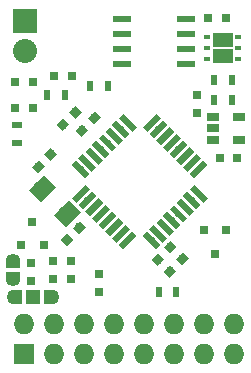
<source format=gbr>
G04 #@! TF.GenerationSoftware,KiCad,Pcbnew,no-vcs-found-7664~57~ubuntu16.10.1*
G04 #@! TF.CreationDate,2017-02-22T20:42:03+01:00*
G04 #@! TF.ProjectId,SensebenderMicro2,53656E736562656E6465724D6963726F,rev?*
G04 #@! TF.FileFunction,Soldermask,Top*
G04 #@! TF.FilePolarity,Negative*
%FSLAX46Y46*%
G04 Gerber Fmt 4.6, Leading zero omitted, Abs format (unit mm)*
G04 Created by KiCad (PCBNEW no-vcs-found-7664~57~ubuntu16.10.1) date Wed Feb 22 20:42:03 2017*
%MOMM*%
%LPD*%
G01*
G04 APERTURE LIST*
%ADD10C,0.100000*%
%ADD11R,1.550000X0.600000*%
%ADD12R,0.800100X0.800100*%
%ADD13C,0.750000*%
%ADD14R,0.797560X0.797560*%
%ADD15R,0.900000X0.500000*%
%ADD16O,2.032000X2.032000*%
%ADD17R,2.032000X2.032000*%
%ADD18R,0.500000X0.900000*%
%ADD19C,0.550000*%
%ADD20R,1.060000X0.650000*%
%ADD21R,0.800000X0.750000*%
%ADD22C,1.500000*%
%ADD23R,0.750000X0.800000*%
%ADD24R,0.630000X0.450000*%
%ADD25R,0.850000X1.300000*%
%ADD26O,1.727200X1.727200*%
%ADD27R,1.727200X1.727200*%
%ADD28C,1.270000*%
%ADD29R,0.600000X1.270000*%
%ADD30R,1.200000X1.270000*%
%ADD31R,1.270000X0.600000*%
%ADD32O,1.270000X1.270000*%
G04 APERTURE END LIST*
D10*
D11*
X104711500Y-87464900D03*
X104711500Y-86194900D03*
X104711500Y-84924900D03*
X104711500Y-83654900D03*
X99311500Y-83654900D03*
X99311500Y-84924900D03*
X99311500Y-86194900D03*
X99311500Y-87464900D03*
D12*
X108136400Y-101513640D03*
X106236400Y-101513640D03*
X107186400Y-103512620D03*
D13*
X94643470Y-102333530D03*
D10*
G36*
X94625792Y-102881538D02*
X94095462Y-102351208D01*
X94661148Y-101785522D01*
X95191478Y-102315852D01*
X94625792Y-102881538D01*
X94625792Y-102881538D01*
G37*
D13*
X95704130Y-101272870D03*
D10*
G36*
X95686452Y-101820878D02*
X95156122Y-101290548D01*
X95721808Y-100724862D01*
X96252138Y-101255192D01*
X95686452Y-101820878D01*
X95686452Y-101820878D01*
G37*
D14*
X91732100Y-88938100D03*
X90233500Y-88938100D03*
D15*
X90424000Y-94120400D03*
X90424000Y-92620400D03*
D16*
X91084400Y-86334600D03*
D17*
X91084400Y-83794600D03*
D18*
X94475300Y-90093800D03*
X92975300Y-90093800D03*
X98094800Y-89281000D03*
X96594800Y-89281000D03*
D19*
X95817121Y-98415973D03*
D10*
G36*
X95445890Y-99176113D02*
X95056981Y-98787204D01*
X96188352Y-97655833D01*
X96577261Y-98044742D01*
X95445890Y-99176113D01*
X95445890Y-99176113D01*
G37*
D19*
X96382807Y-98981658D03*
D10*
G36*
X96011576Y-99741798D02*
X95622667Y-99352889D01*
X96754038Y-98221518D01*
X97142947Y-98610427D01*
X96011576Y-99741798D01*
X96011576Y-99741798D01*
G37*
D19*
X96948492Y-99547344D03*
D10*
G36*
X96577261Y-100307484D02*
X96188352Y-99918575D01*
X97319723Y-98787204D01*
X97708632Y-99176113D01*
X96577261Y-100307484D01*
X96577261Y-100307484D01*
G37*
D19*
X97514177Y-100113029D03*
D10*
G36*
X97142946Y-100873169D02*
X96754037Y-100484260D01*
X97885408Y-99352889D01*
X98274317Y-99741798D01*
X97142946Y-100873169D01*
X97142946Y-100873169D01*
G37*
D19*
X98079863Y-100678715D03*
D10*
G36*
X97708632Y-101438855D02*
X97319723Y-101049946D01*
X98451094Y-99918575D01*
X98840003Y-100307484D01*
X97708632Y-101438855D01*
X97708632Y-101438855D01*
G37*
D19*
X98645548Y-101244400D03*
D10*
G36*
X98274317Y-102004540D02*
X97885408Y-101615631D01*
X99016779Y-100484260D01*
X99405688Y-100873169D01*
X98274317Y-102004540D01*
X98274317Y-102004540D01*
G37*
D19*
X99211234Y-101810085D03*
D10*
G36*
X98840003Y-102570225D02*
X98451094Y-102181316D01*
X99582465Y-101049945D01*
X99971374Y-101438854D01*
X98840003Y-102570225D01*
X98840003Y-102570225D01*
G37*
D19*
X99776919Y-102375771D03*
D10*
G36*
X99405688Y-103135911D02*
X99016779Y-102747002D01*
X100148150Y-101615631D01*
X100537059Y-102004540D01*
X99405688Y-103135911D01*
X99405688Y-103135911D01*
G37*
D19*
X101827529Y-102375771D03*
D10*
G36*
X102587669Y-102747002D02*
X102198760Y-103135911D01*
X101067389Y-102004540D01*
X101456298Y-101615631D01*
X102587669Y-102747002D01*
X102587669Y-102747002D01*
G37*
D19*
X102393214Y-101810085D03*
D10*
G36*
X103153354Y-102181316D02*
X102764445Y-102570225D01*
X101633074Y-101438854D01*
X102021983Y-101049945D01*
X103153354Y-102181316D01*
X103153354Y-102181316D01*
G37*
D19*
X102958900Y-101244400D03*
D10*
G36*
X103719040Y-101615631D02*
X103330131Y-102004540D01*
X102198760Y-100873169D01*
X102587669Y-100484260D01*
X103719040Y-101615631D01*
X103719040Y-101615631D01*
G37*
D19*
X103524585Y-100678715D03*
D10*
G36*
X104284725Y-101049946D02*
X103895816Y-101438855D01*
X102764445Y-100307484D01*
X103153354Y-99918575D01*
X104284725Y-101049946D01*
X104284725Y-101049946D01*
G37*
D19*
X104090271Y-100113029D03*
D10*
G36*
X104850411Y-100484260D02*
X104461502Y-100873169D01*
X103330131Y-99741798D01*
X103719040Y-99352889D01*
X104850411Y-100484260D01*
X104850411Y-100484260D01*
G37*
D19*
X104655956Y-99547344D03*
D10*
G36*
X105416096Y-99918575D02*
X105027187Y-100307484D01*
X103895816Y-99176113D01*
X104284725Y-98787204D01*
X105416096Y-99918575D01*
X105416096Y-99918575D01*
G37*
D19*
X105221641Y-98981658D03*
D10*
G36*
X105981781Y-99352889D02*
X105592872Y-99741798D01*
X104461501Y-98610427D01*
X104850410Y-98221518D01*
X105981781Y-99352889D01*
X105981781Y-99352889D01*
G37*
D19*
X105787327Y-98415973D03*
D10*
G36*
X106547467Y-98787204D02*
X106158558Y-99176113D01*
X105027187Y-98044742D01*
X105416096Y-97655833D01*
X106547467Y-98787204D01*
X106547467Y-98787204D01*
G37*
D19*
X105787327Y-96365363D03*
D10*
G36*
X105416096Y-97125503D02*
X105027187Y-96736594D01*
X106158558Y-95605223D01*
X106547467Y-95994132D01*
X105416096Y-97125503D01*
X105416096Y-97125503D01*
G37*
D19*
X105221641Y-95799678D03*
D10*
G36*
X104850410Y-96559818D02*
X104461501Y-96170909D01*
X105592872Y-95039538D01*
X105981781Y-95428447D01*
X104850410Y-96559818D01*
X104850410Y-96559818D01*
G37*
D19*
X104655956Y-95233992D03*
D10*
G36*
X104284725Y-95994132D02*
X103895816Y-95605223D01*
X105027187Y-94473852D01*
X105416096Y-94862761D01*
X104284725Y-95994132D01*
X104284725Y-95994132D01*
G37*
D19*
X104090271Y-94668307D03*
D10*
G36*
X103719040Y-95428447D02*
X103330131Y-95039538D01*
X104461502Y-93908167D01*
X104850411Y-94297076D01*
X103719040Y-95428447D01*
X103719040Y-95428447D01*
G37*
D19*
X103524585Y-94102621D03*
D10*
G36*
X103153354Y-94862761D02*
X102764445Y-94473852D01*
X103895816Y-93342481D01*
X104284725Y-93731390D01*
X103153354Y-94862761D01*
X103153354Y-94862761D01*
G37*
D19*
X102958900Y-93536936D03*
D10*
G36*
X102587669Y-94297076D02*
X102198760Y-93908167D01*
X103330131Y-92776796D01*
X103719040Y-93165705D01*
X102587669Y-94297076D01*
X102587669Y-94297076D01*
G37*
D19*
X102393214Y-92971251D03*
D10*
G36*
X102021983Y-93731391D02*
X101633074Y-93342482D01*
X102764445Y-92211111D01*
X103153354Y-92600020D01*
X102021983Y-93731391D01*
X102021983Y-93731391D01*
G37*
D19*
X101827529Y-92405565D03*
D10*
G36*
X101456298Y-93165705D02*
X101067389Y-92776796D01*
X102198760Y-91645425D01*
X102587669Y-92034334D01*
X101456298Y-93165705D01*
X101456298Y-93165705D01*
G37*
D19*
X99776919Y-92405565D03*
D10*
G36*
X100537059Y-92776796D02*
X100148150Y-93165705D01*
X99016779Y-92034334D01*
X99405688Y-91645425D01*
X100537059Y-92776796D01*
X100537059Y-92776796D01*
G37*
D19*
X99211234Y-92971251D03*
D10*
G36*
X99971374Y-93342482D02*
X99582465Y-93731391D01*
X98451094Y-92600020D01*
X98840003Y-92211111D01*
X99971374Y-93342482D01*
X99971374Y-93342482D01*
G37*
D19*
X98645548Y-93536936D03*
D10*
G36*
X99405688Y-93908167D02*
X99016779Y-94297076D01*
X97885408Y-93165705D01*
X98274317Y-92776796D01*
X99405688Y-93908167D01*
X99405688Y-93908167D01*
G37*
D19*
X98079863Y-94102621D03*
D10*
G36*
X98840003Y-94473852D02*
X98451094Y-94862761D01*
X97319723Y-93731390D01*
X97708632Y-93342481D01*
X98840003Y-94473852D01*
X98840003Y-94473852D01*
G37*
D19*
X97514177Y-94668307D03*
D10*
G36*
X98274317Y-95039538D02*
X97885408Y-95428447D01*
X96754037Y-94297076D01*
X97142946Y-93908167D01*
X98274317Y-95039538D01*
X98274317Y-95039538D01*
G37*
D19*
X96948492Y-95233992D03*
D10*
G36*
X97708632Y-95605223D02*
X97319723Y-95994132D01*
X96188352Y-94862761D01*
X96577261Y-94473852D01*
X97708632Y-95605223D01*
X97708632Y-95605223D01*
G37*
D19*
X96382807Y-95799678D03*
D10*
G36*
X97142947Y-96170909D02*
X96754038Y-96559818D01*
X95622667Y-95428447D01*
X96011576Y-95039538D01*
X97142947Y-96170909D01*
X97142947Y-96170909D01*
G37*
D19*
X95817121Y-96365363D03*
D10*
G36*
X96577261Y-96736594D02*
X96188352Y-97125503D01*
X95056981Y-95994132D01*
X95445890Y-95605223D01*
X96577261Y-96736594D01*
X96577261Y-96736594D01*
G37*
D18*
X108623800Y-90474800D03*
X107123800Y-90474800D03*
D20*
X107002400Y-91937800D03*
X107002400Y-92887800D03*
X107002400Y-93837800D03*
X109202400Y-93837800D03*
X109202400Y-91937800D03*
D21*
X108128500Y-83553300D03*
X106628500Y-83553300D03*
X109068300Y-95402400D03*
X107568300Y-95402400D03*
D22*
X92563740Y-97999340D03*
D10*
G36*
X91397014Y-98105406D02*
X92669806Y-96832614D01*
X93730466Y-97893274D01*
X92457674Y-99166066D01*
X91397014Y-98105406D01*
X91397014Y-98105406D01*
G37*
D22*
X94685060Y-100120660D03*
D10*
G36*
X93518334Y-100226726D02*
X94791126Y-98953934D01*
X95851786Y-100014594D01*
X94578994Y-101287386D01*
X93518334Y-100226726D01*
X93518334Y-100226726D01*
G37*
D13*
X96974130Y-92001870D03*
D10*
G36*
X96991808Y-91453862D02*
X97522138Y-91984192D01*
X96956452Y-92549878D01*
X96426122Y-92019548D01*
X96991808Y-91453862D01*
X96991808Y-91453862D01*
G37*
D13*
X95913470Y-93062530D03*
D10*
G36*
X95931148Y-92514522D02*
X96461478Y-93044852D01*
X95895792Y-93610538D01*
X95365462Y-93080208D01*
X95931148Y-92514522D01*
X95931148Y-92514522D01*
G37*
D13*
X103400330Y-102936570D03*
D10*
G36*
X103418008Y-102388562D02*
X103948338Y-102918892D01*
X103382652Y-103484578D01*
X102852322Y-102954248D01*
X103418008Y-102388562D01*
X103418008Y-102388562D01*
G37*
D13*
X102339670Y-103997230D03*
D10*
G36*
X102357348Y-103449222D02*
X102887678Y-103979552D01*
X102321992Y-104545238D01*
X101791662Y-104014908D01*
X102357348Y-103449222D01*
X102357348Y-103449222D01*
G37*
D23*
X97358200Y-105218800D03*
X97358200Y-106718800D03*
D12*
X90769400Y-102803960D03*
X92669400Y-102803960D03*
X91719400Y-100804980D03*
D24*
X109163000Y-87043300D03*
X109163000Y-86093300D03*
X109163000Y-85143300D03*
X106483000Y-85143300D03*
X106483000Y-86093300D03*
X106483000Y-87043300D03*
D25*
X107398000Y-85443300D03*
X107398000Y-86743300D03*
X108248000Y-85443300D03*
X108248000Y-86743300D03*
D26*
X108762800Y-109448600D03*
X108762800Y-111988600D03*
X106222800Y-109448600D03*
X106222800Y-111988600D03*
X103682800Y-109448600D03*
X103682800Y-111988600D03*
X101142800Y-109448600D03*
X101142800Y-111988600D03*
D27*
X90982800Y-111988600D03*
D26*
X90982800Y-109448600D03*
X93522800Y-111988600D03*
X93522800Y-109448600D03*
X96062800Y-111988600D03*
X96062800Y-109448600D03*
X98602800Y-111988600D03*
X98602800Y-109448600D03*
D13*
X103365300Y-105003600D03*
D10*
G36*
X103347622Y-105551608D02*
X102817292Y-105021278D01*
X103382978Y-104455592D01*
X103913308Y-104985922D01*
X103347622Y-105551608D01*
X103347622Y-105551608D01*
G37*
D13*
X104425960Y-103942940D03*
D10*
G36*
X104408282Y-104490948D02*
X103877952Y-103960618D01*
X104443638Y-103394932D01*
X104973968Y-103925262D01*
X104408282Y-104490948D01*
X104408282Y-104490948D01*
G37*
D28*
X90151000Y-107162600D03*
X93351000Y-107162600D03*
D29*
X92951000Y-107162600D03*
D30*
X91751000Y-107162600D03*
D29*
X90551000Y-107162600D03*
D13*
X93291130Y-95075270D03*
D10*
G36*
X93308808Y-94527262D02*
X93839138Y-95057592D01*
X93273452Y-95623278D01*
X92743122Y-95092948D01*
X93308808Y-94527262D01*
X93308808Y-94527262D01*
G37*
D13*
X92230470Y-96135930D03*
D10*
G36*
X92248148Y-95587922D02*
X92778478Y-96118252D01*
X92212792Y-96683938D01*
X91682462Y-96153608D01*
X92248148Y-95587922D01*
X92248148Y-95587922D01*
G37*
D31*
X90119200Y-104457500D03*
X90119200Y-105346500D03*
D32*
X90119200Y-104140000D03*
X90119200Y-105664000D03*
D23*
X91643200Y-105779000D03*
X91643200Y-104279000D03*
D14*
X95084900Y-88468200D03*
X93586300Y-88468200D03*
D13*
X94287870Y-92579930D03*
D10*
G36*
X94270192Y-93127938D02*
X93739862Y-92597608D01*
X94305548Y-92031922D01*
X94835878Y-92562252D01*
X94270192Y-93127938D01*
X94270192Y-93127938D01*
G37*
D13*
X95348530Y-91519270D03*
D10*
G36*
X95330852Y-92067278D02*
X94800522Y-91536948D01*
X95366208Y-90971262D01*
X95896538Y-91501592D01*
X95330852Y-92067278D01*
X95330852Y-92067278D01*
G37*
D21*
X90284300Y-91186000D03*
X91784300Y-91186000D03*
D18*
X108585000Y-88760300D03*
X107085000Y-88760300D03*
D23*
X93446600Y-104126600D03*
X93446600Y-105626600D03*
D18*
X103899400Y-106781600D03*
X102399400Y-106781600D03*
D23*
X105652000Y-91555000D03*
X105652000Y-90055000D03*
X94996700Y-104126600D03*
X94996700Y-105626600D03*
M02*

</source>
